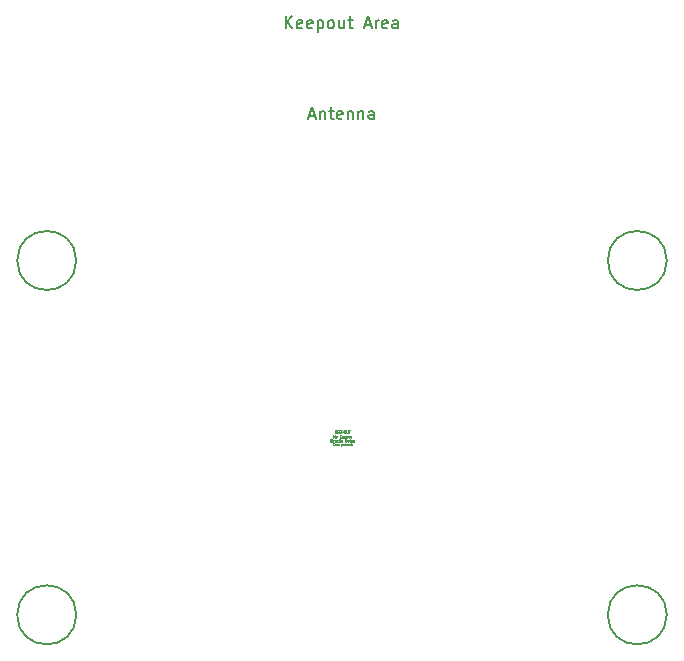
<source format=gbr>
G04 #@! TF.GenerationSoftware,KiCad,Pcbnew,9.0.3*
G04 #@! TF.CreationDate,2026-01-20T11:30:40+07:00*
G04 #@! TF.ProjectId,Mini_drone_PCB,4d696e69-5f64-4726-9f6e-655f5043422e,rev?*
G04 #@! TF.SameCoordinates,Original*
G04 #@! TF.FileFunction,Other,Comment*
%FSLAX46Y46*%
G04 Gerber Fmt 4.6, Leading zero omitted, Abs format (unit mm)*
G04 Created by KiCad (PCBNEW 9.0.3) date 2026-01-20 11:30:40*
%MOMM*%
%LPD*%
G01*
G04 APERTURE LIST*
%ADD10C,0.040000*%
%ADD11C,0.150000*%
G04 APERTURE END LIST*
D10*
X139344382Y-100478821D02*
X139334858Y-100488345D01*
X139334858Y-100488345D02*
X139306287Y-100497868D01*
X139306287Y-100497868D02*
X139287239Y-100497868D01*
X139287239Y-100497868D02*
X139258668Y-100488345D01*
X139258668Y-100488345D02*
X139239620Y-100469297D01*
X139239620Y-100469297D02*
X139230097Y-100450249D01*
X139230097Y-100450249D02*
X139220573Y-100412154D01*
X139220573Y-100412154D02*
X139220573Y-100383583D01*
X139220573Y-100383583D02*
X139230097Y-100345487D01*
X139230097Y-100345487D02*
X139239620Y-100326440D01*
X139239620Y-100326440D02*
X139258668Y-100307392D01*
X139258668Y-100307392D02*
X139287239Y-100297868D01*
X139287239Y-100297868D02*
X139306287Y-100297868D01*
X139306287Y-100297868D02*
X139334858Y-100307392D01*
X139334858Y-100307392D02*
X139344382Y-100316916D01*
X139458668Y-100497868D02*
X139439620Y-100488345D01*
X139439620Y-100488345D02*
X139430097Y-100478821D01*
X139430097Y-100478821D02*
X139420573Y-100459773D01*
X139420573Y-100459773D02*
X139420573Y-100402630D01*
X139420573Y-100402630D02*
X139430097Y-100383583D01*
X139430097Y-100383583D02*
X139439620Y-100374059D01*
X139439620Y-100374059D02*
X139458668Y-100364535D01*
X139458668Y-100364535D02*
X139487239Y-100364535D01*
X139487239Y-100364535D02*
X139506287Y-100374059D01*
X139506287Y-100374059D02*
X139515811Y-100383583D01*
X139515811Y-100383583D02*
X139525335Y-100402630D01*
X139525335Y-100402630D02*
X139525335Y-100459773D01*
X139525335Y-100459773D02*
X139515811Y-100478821D01*
X139515811Y-100478821D02*
X139506287Y-100488345D01*
X139506287Y-100488345D02*
X139487239Y-100497868D01*
X139487239Y-100497868D02*
X139458668Y-100497868D01*
X139611049Y-100497868D02*
X139611049Y-100364535D01*
X139611049Y-100383583D02*
X139620572Y-100374059D01*
X139620572Y-100374059D02*
X139639620Y-100364535D01*
X139639620Y-100364535D02*
X139668191Y-100364535D01*
X139668191Y-100364535D02*
X139687239Y-100374059D01*
X139687239Y-100374059D02*
X139696763Y-100393106D01*
X139696763Y-100393106D02*
X139696763Y-100497868D01*
X139696763Y-100393106D02*
X139706287Y-100374059D01*
X139706287Y-100374059D02*
X139725334Y-100364535D01*
X139725334Y-100364535D02*
X139753906Y-100364535D01*
X139753906Y-100364535D02*
X139772953Y-100374059D01*
X139772953Y-100374059D02*
X139782477Y-100393106D01*
X139782477Y-100393106D02*
X139782477Y-100497868D01*
X139877716Y-100364535D02*
X139877716Y-100564535D01*
X139877716Y-100374059D02*
X139896763Y-100364535D01*
X139896763Y-100364535D02*
X139934858Y-100364535D01*
X139934858Y-100364535D02*
X139953906Y-100374059D01*
X139953906Y-100374059D02*
X139963430Y-100383583D01*
X139963430Y-100383583D02*
X139972954Y-100402630D01*
X139972954Y-100402630D02*
X139972954Y-100459773D01*
X139972954Y-100459773D02*
X139963430Y-100478821D01*
X139963430Y-100478821D02*
X139953906Y-100488345D01*
X139953906Y-100488345D02*
X139934858Y-100497868D01*
X139934858Y-100497868D02*
X139896763Y-100497868D01*
X139896763Y-100497868D02*
X139877716Y-100488345D01*
X140087239Y-100497868D02*
X140068191Y-100488345D01*
X140068191Y-100488345D02*
X140058668Y-100478821D01*
X140058668Y-100478821D02*
X140049144Y-100459773D01*
X140049144Y-100459773D02*
X140049144Y-100402630D01*
X140049144Y-100402630D02*
X140058668Y-100383583D01*
X140058668Y-100383583D02*
X140068191Y-100374059D01*
X140068191Y-100374059D02*
X140087239Y-100364535D01*
X140087239Y-100364535D02*
X140115810Y-100364535D01*
X140115810Y-100364535D02*
X140134858Y-100374059D01*
X140134858Y-100374059D02*
X140144382Y-100383583D01*
X140144382Y-100383583D02*
X140153906Y-100402630D01*
X140153906Y-100402630D02*
X140153906Y-100459773D01*
X140153906Y-100459773D02*
X140144382Y-100478821D01*
X140144382Y-100478821D02*
X140134858Y-100488345D01*
X140134858Y-100488345D02*
X140115810Y-100497868D01*
X140115810Y-100497868D02*
X140087239Y-100497868D01*
X140239620Y-100364535D02*
X140239620Y-100497868D01*
X140239620Y-100383583D02*
X140249143Y-100374059D01*
X140249143Y-100374059D02*
X140268191Y-100364535D01*
X140268191Y-100364535D02*
X140296762Y-100364535D01*
X140296762Y-100364535D02*
X140315810Y-100374059D01*
X140315810Y-100374059D02*
X140325334Y-100393106D01*
X140325334Y-100393106D02*
X140325334Y-100497868D01*
X140496762Y-100488345D02*
X140477714Y-100497868D01*
X140477714Y-100497868D02*
X140439619Y-100497868D01*
X140439619Y-100497868D02*
X140420572Y-100488345D01*
X140420572Y-100488345D02*
X140411048Y-100469297D01*
X140411048Y-100469297D02*
X140411048Y-100393106D01*
X140411048Y-100393106D02*
X140420572Y-100374059D01*
X140420572Y-100374059D02*
X140439619Y-100364535D01*
X140439619Y-100364535D02*
X140477714Y-100364535D01*
X140477714Y-100364535D02*
X140496762Y-100374059D01*
X140496762Y-100374059D02*
X140506286Y-100393106D01*
X140506286Y-100393106D02*
X140506286Y-100412154D01*
X140506286Y-100412154D02*
X140411048Y-100431202D01*
X140592001Y-100364535D02*
X140592001Y-100497868D01*
X140592001Y-100383583D02*
X140601524Y-100374059D01*
X140601524Y-100374059D02*
X140620572Y-100364535D01*
X140620572Y-100364535D02*
X140649143Y-100364535D01*
X140649143Y-100364535D02*
X140668191Y-100374059D01*
X140668191Y-100374059D02*
X140677715Y-100393106D01*
X140677715Y-100393106D02*
X140677715Y-100497868D01*
X140744381Y-100364535D02*
X140820572Y-100364535D01*
X140772953Y-100297868D02*
X140772953Y-100469297D01*
X140772953Y-100469297D02*
X140782476Y-100488345D01*
X140782476Y-100488345D02*
X140801524Y-100497868D01*
X140801524Y-100497868D02*
X140820572Y-100497868D01*
X138982477Y-100197868D02*
X138982477Y-99997868D01*
X138982477Y-99997868D02*
X139030096Y-99997868D01*
X139030096Y-99997868D02*
X139058667Y-100007392D01*
X139058667Y-100007392D02*
X139077715Y-100026440D01*
X139077715Y-100026440D02*
X139087238Y-100045487D01*
X139087238Y-100045487D02*
X139096762Y-100083583D01*
X139096762Y-100083583D02*
X139096762Y-100112154D01*
X139096762Y-100112154D02*
X139087238Y-100150249D01*
X139087238Y-100150249D02*
X139077715Y-100169297D01*
X139077715Y-100169297D02*
X139058667Y-100188345D01*
X139058667Y-100188345D02*
X139030096Y-100197868D01*
X139030096Y-100197868D02*
X138982477Y-100197868D01*
X139182477Y-100197868D02*
X139182477Y-100064535D01*
X139182477Y-99997868D02*
X139172953Y-100007392D01*
X139172953Y-100007392D02*
X139182477Y-100016916D01*
X139182477Y-100016916D02*
X139192000Y-100007392D01*
X139192000Y-100007392D02*
X139182477Y-99997868D01*
X139182477Y-99997868D02*
X139182477Y-100016916D01*
X139277715Y-100197868D02*
X139277715Y-100064535D01*
X139277715Y-100102630D02*
X139287238Y-100083583D01*
X139287238Y-100083583D02*
X139296762Y-100074059D01*
X139296762Y-100074059D02*
X139315810Y-100064535D01*
X139315810Y-100064535D02*
X139334857Y-100064535D01*
X139477715Y-100188345D02*
X139458667Y-100197868D01*
X139458667Y-100197868D02*
X139420572Y-100197868D01*
X139420572Y-100197868D02*
X139401525Y-100188345D01*
X139401525Y-100188345D02*
X139392001Y-100169297D01*
X139392001Y-100169297D02*
X139392001Y-100093106D01*
X139392001Y-100093106D02*
X139401525Y-100074059D01*
X139401525Y-100074059D02*
X139420572Y-100064535D01*
X139420572Y-100064535D02*
X139458667Y-100064535D01*
X139458667Y-100064535D02*
X139477715Y-100074059D01*
X139477715Y-100074059D02*
X139487239Y-100093106D01*
X139487239Y-100093106D02*
X139487239Y-100112154D01*
X139487239Y-100112154D02*
X139392001Y-100131202D01*
X139658668Y-100188345D02*
X139639620Y-100197868D01*
X139639620Y-100197868D02*
X139601525Y-100197868D01*
X139601525Y-100197868D02*
X139582477Y-100188345D01*
X139582477Y-100188345D02*
X139572954Y-100178821D01*
X139572954Y-100178821D02*
X139563430Y-100159773D01*
X139563430Y-100159773D02*
X139563430Y-100102630D01*
X139563430Y-100102630D02*
X139572954Y-100083583D01*
X139572954Y-100083583D02*
X139582477Y-100074059D01*
X139582477Y-100074059D02*
X139601525Y-100064535D01*
X139601525Y-100064535D02*
X139639620Y-100064535D01*
X139639620Y-100064535D02*
X139658668Y-100074059D01*
X139715811Y-100064535D02*
X139792002Y-100064535D01*
X139744383Y-99997868D02*
X139744383Y-100169297D01*
X139744383Y-100169297D02*
X139753906Y-100188345D01*
X139753906Y-100188345D02*
X139772954Y-100197868D01*
X139772954Y-100197868D02*
X139792002Y-100197868D01*
X139887240Y-100197868D02*
X139868192Y-100188345D01*
X139868192Y-100188345D02*
X139858669Y-100169297D01*
X139858669Y-100169297D02*
X139858669Y-99997868D01*
X139944383Y-100064535D02*
X139992002Y-100197868D01*
X140039621Y-100064535D02*
X139992002Y-100197868D01*
X139992002Y-100197868D02*
X139972954Y-100245487D01*
X139972954Y-100245487D02*
X139963431Y-100255011D01*
X139963431Y-100255011D02*
X139944383Y-100264535D01*
X140334859Y-100093106D02*
X140363431Y-100102630D01*
X140363431Y-100102630D02*
X140372954Y-100112154D01*
X140372954Y-100112154D02*
X140382478Y-100131202D01*
X140382478Y-100131202D02*
X140382478Y-100159773D01*
X140382478Y-100159773D02*
X140372954Y-100178821D01*
X140372954Y-100178821D02*
X140363431Y-100188345D01*
X140363431Y-100188345D02*
X140344383Y-100197868D01*
X140344383Y-100197868D02*
X140268193Y-100197868D01*
X140268193Y-100197868D02*
X140268193Y-99997868D01*
X140268193Y-99997868D02*
X140334859Y-99997868D01*
X140334859Y-99997868D02*
X140353907Y-100007392D01*
X140353907Y-100007392D02*
X140363431Y-100016916D01*
X140363431Y-100016916D02*
X140372954Y-100035964D01*
X140372954Y-100035964D02*
X140372954Y-100055011D01*
X140372954Y-100055011D02*
X140363431Y-100074059D01*
X140363431Y-100074059D02*
X140353907Y-100083583D01*
X140353907Y-100083583D02*
X140334859Y-100093106D01*
X140334859Y-100093106D02*
X140268193Y-100093106D01*
X140544383Y-100188345D02*
X140525335Y-100197868D01*
X140525335Y-100197868D02*
X140487240Y-100197868D01*
X140487240Y-100197868D02*
X140468193Y-100188345D01*
X140468193Y-100188345D02*
X140458669Y-100169297D01*
X140458669Y-100169297D02*
X140458669Y-100093106D01*
X140458669Y-100093106D02*
X140468193Y-100074059D01*
X140468193Y-100074059D02*
X140487240Y-100064535D01*
X140487240Y-100064535D02*
X140525335Y-100064535D01*
X140525335Y-100064535D02*
X140544383Y-100074059D01*
X140544383Y-100074059D02*
X140553907Y-100093106D01*
X140553907Y-100093106D02*
X140553907Y-100112154D01*
X140553907Y-100112154D02*
X140458669Y-100131202D01*
X140668193Y-100197868D02*
X140649145Y-100188345D01*
X140649145Y-100188345D02*
X140639622Y-100169297D01*
X140639622Y-100169297D02*
X140639622Y-99997868D01*
X140772955Y-100197868D02*
X140753907Y-100188345D01*
X140753907Y-100188345D02*
X140744384Y-100178821D01*
X140744384Y-100178821D02*
X140734860Y-100159773D01*
X140734860Y-100159773D02*
X140734860Y-100102630D01*
X140734860Y-100102630D02*
X140744384Y-100083583D01*
X140744384Y-100083583D02*
X140753907Y-100074059D01*
X140753907Y-100074059D02*
X140772955Y-100064535D01*
X140772955Y-100064535D02*
X140801526Y-100064535D01*
X140801526Y-100064535D02*
X140820574Y-100074059D01*
X140820574Y-100074059D02*
X140830098Y-100083583D01*
X140830098Y-100083583D02*
X140839622Y-100102630D01*
X140839622Y-100102630D02*
X140839622Y-100159773D01*
X140839622Y-100159773D02*
X140830098Y-100178821D01*
X140830098Y-100178821D02*
X140820574Y-100188345D01*
X140820574Y-100188345D02*
X140801526Y-100197868D01*
X140801526Y-100197868D02*
X140772955Y-100197868D01*
X140906288Y-100064535D02*
X140944383Y-100197868D01*
X140944383Y-100197868D02*
X140982478Y-100102630D01*
X140982478Y-100102630D02*
X141020574Y-100197868D01*
X141020574Y-100197868D02*
X141058669Y-100064535D01*
X139268192Y-99847868D02*
X139268192Y-99647868D01*
X139268192Y-99647868D02*
X139382477Y-99847868D01*
X139382477Y-99847868D02*
X139382477Y-99647868D01*
X139506287Y-99847868D02*
X139487239Y-99838345D01*
X139487239Y-99838345D02*
X139477716Y-99828821D01*
X139477716Y-99828821D02*
X139468192Y-99809773D01*
X139468192Y-99809773D02*
X139468192Y-99752630D01*
X139468192Y-99752630D02*
X139477716Y-99733583D01*
X139477716Y-99733583D02*
X139487239Y-99724059D01*
X139487239Y-99724059D02*
X139506287Y-99714535D01*
X139506287Y-99714535D02*
X139534858Y-99714535D01*
X139534858Y-99714535D02*
X139553906Y-99724059D01*
X139553906Y-99724059D02*
X139563430Y-99733583D01*
X139563430Y-99733583D02*
X139572954Y-99752630D01*
X139572954Y-99752630D02*
X139572954Y-99809773D01*
X139572954Y-99809773D02*
X139563430Y-99828821D01*
X139563430Y-99828821D02*
X139553906Y-99838345D01*
X139553906Y-99838345D02*
X139534858Y-99847868D01*
X139534858Y-99847868D02*
X139506287Y-99847868D01*
X139925334Y-99828821D02*
X139915810Y-99838345D01*
X139915810Y-99838345D02*
X139887239Y-99847868D01*
X139887239Y-99847868D02*
X139868191Y-99847868D01*
X139868191Y-99847868D02*
X139839620Y-99838345D01*
X139839620Y-99838345D02*
X139820572Y-99819297D01*
X139820572Y-99819297D02*
X139811049Y-99800249D01*
X139811049Y-99800249D02*
X139801525Y-99762154D01*
X139801525Y-99762154D02*
X139801525Y-99733583D01*
X139801525Y-99733583D02*
X139811049Y-99695487D01*
X139811049Y-99695487D02*
X139820572Y-99676440D01*
X139820572Y-99676440D02*
X139839620Y-99657392D01*
X139839620Y-99657392D02*
X139868191Y-99647868D01*
X139868191Y-99647868D02*
X139887239Y-99647868D01*
X139887239Y-99647868D02*
X139915810Y-99657392D01*
X139915810Y-99657392D02*
X139925334Y-99666916D01*
X140039620Y-99847868D02*
X140020572Y-99838345D01*
X140020572Y-99838345D02*
X140011049Y-99828821D01*
X140011049Y-99828821D02*
X140001525Y-99809773D01*
X140001525Y-99809773D02*
X140001525Y-99752630D01*
X140001525Y-99752630D02*
X140011049Y-99733583D01*
X140011049Y-99733583D02*
X140020572Y-99724059D01*
X140020572Y-99724059D02*
X140039620Y-99714535D01*
X140039620Y-99714535D02*
X140068191Y-99714535D01*
X140068191Y-99714535D02*
X140087239Y-99724059D01*
X140087239Y-99724059D02*
X140096763Y-99733583D01*
X140096763Y-99733583D02*
X140106287Y-99752630D01*
X140106287Y-99752630D02*
X140106287Y-99809773D01*
X140106287Y-99809773D02*
X140096763Y-99828821D01*
X140096763Y-99828821D02*
X140087239Y-99838345D01*
X140087239Y-99838345D02*
X140068191Y-99847868D01*
X140068191Y-99847868D02*
X140039620Y-99847868D01*
X140192001Y-99714535D02*
X140192001Y-99914535D01*
X140192001Y-99724059D02*
X140211048Y-99714535D01*
X140211048Y-99714535D02*
X140249143Y-99714535D01*
X140249143Y-99714535D02*
X140268191Y-99724059D01*
X140268191Y-99724059D02*
X140277715Y-99733583D01*
X140277715Y-99733583D02*
X140287239Y-99752630D01*
X140287239Y-99752630D02*
X140287239Y-99809773D01*
X140287239Y-99809773D02*
X140277715Y-99828821D01*
X140277715Y-99828821D02*
X140268191Y-99838345D01*
X140268191Y-99838345D02*
X140249143Y-99847868D01*
X140249143Y-99847868D02*
X140211048Y-99847868D01*
X140211048Y-99847868D02*
X140192001Y-99838345D01*
X140372953Y-99714535D02*
X140372953Y-99914535D01*
X140372953Y-99724059D02*
X140392000Y-99714535D01*
X140392000Y-99714535D02*
X140430095Y-99714535D01*
X140430095Y-99714535D02*
X140449143Y-99724059D01*
X140449143Y-99724059D02*
X140458667Y-99733583D01*
X140458667Y-99733583D02*
X140468191Y-99752630D01*
X140468191Y-99752630D02*
X140468191Y-99809773D01*
X140468191Y-99809773D02*
X140458667Y-99828821D01*
X140458667Y-99828821D02*
X140449143Y-99838345D01*
X140449143Y-99838345D02*
X140430095Y-99847868D01*
X140430095Y-99847868D02*
X140392000Y-99847868D01*
X140392000Y-99847868D02*
X140372953Y-99838345D01*
X140630095Y-99838345D02*
X140611047Y-99847868D01*
X140611047Y-99847868D02*
X140572952Y-99847868D01*
X140572952Y-99847868D02*
X140553905Y-99838345D01*
X140553905Y-99838345D02*
X140544381Y-99819297D01*
X140544381Y-99819297D02*
X140544381Y-99743106D01*
X140544381Y-99743106D02*
X140553905Y-99724059D01*
X140553905Y-99724059D02*
X140572952Y-99714535D01*
X140572952Y-99714535D02*
X140611047Y-99714535D01*
X140611047Y-99714535D02*
X140630095Y-99724059D01*
X140630095Y-99724059D02*
X140639619Y-99743106D01*
X140639619Y-99743106D02*
X140639619Y-99762154D01*
X140639619Y-99762154D02*
X140544381Y-99781202D01*
X140725334Y-99847868D02*
X140725334Y-99714535D01*
X140725334Y-99752630D02*
X140734857Y-99733583D01*
X140734857Y-99733583D02*
X140744381Y-99724059D01*
X140744381Y-99724059D02*
X140763429Y-99714535D01*
X140763429Y-99714535D02*
X140782476Y-99714535D01*
X139392002Y-99447868D02*
X139392002Y-99247868D01*
X139506287Y-99447868D02*
X139420573Y-99333583D01*
X139506287Y-99247868D02*
X139392002Y-99362154D01*
X139592002Y-99343106D02*
X139658668Y-99343106D01*
X139687240Y-99447868D02*
X139592002Y-99447868D01*
X139592002Y-99447868D02*
X139592002Y-99247868D01*
X139592002Y-99247868D02*
X139687240Y-99247868D01*
X139772954Y-99343106D02*
X139839620Y-99343106D01*
X139868192Y-99447868D02*
X139772954Y-99447868D01*
X139772954Y-99447868D02*
X139772954Y-99247868D01*
X139772954Y-99247868D02*
X139868192Y-99247868D01*
X139953906Y-99447868D02*
X139953906Y-99247868D01*
X139953906Y-99247868D02*
X140030096Y-99247868D01*
X140030096Y-99247868D02*
X140049144Y-99257392D01*
X140049144Y-99257392D02*
X140058667Y-99266916D01*
X140058667Y-99266916D02*
X140068191Y-99285964D01*
X140068191Y-99285964D02*
X140068191Y-99314535D01*
X140068191Y-99314535D02*
X140058667Y-99333583D01*
X140058667Y-99333583D02*
X140049144Y-99343106D01*
X140049144Y-99343106D02*
X140030096Y-99352630D01*
X140030096Y-99352630D02*
X139953906Y-99352630D01*
X140192001Y-99247868D02*
X140230096Y-99247868D01*
X140230096Y-99247868D02*
X140249144Y-99257392D01*
X140249144Y-99257392D02*
X140268191Y-99276440D01*
X140268191Y-99276440D02*
X140277715Y-99314535D01*
X140277715Y-99314535D02*
X140277715Y-99381202D01*
X140277715Y-99381202D02*
X140268191Y-99419297D01*
X140268191Y-99419297D02*
X140249144Y-99438345D01*
X140249144Y-99438345D02*
X140230096Y-99447868D01*
X140230096Y-99447868D02*
X140192001Y-99447868D01*
X140192001Y-99447868D02*
X140172953Y-99438345D01*
X140172953Y-99438345D02*
X140153906Y-99419297D01*
X140153906Y-99419297D02*
X140144382Y-99381202D01*
X140144382Y-99381202D02*
X140144382Y-99314535D01*
X140144382Y-99314535D02*
X140153906Y-99276440D01*
X140153906Y-99276440D02*
X140172953Y-99257392D01*
X140172953Y-99257392D02*
X140192001Y-99247868D01*
X140363430Y-99247868D02*
X140363430Y-99409773D01*
X140363430Y-99409773D02*
X140372953Y-99428821D01*
X140372953Y-99428821D02*
X140382477Y-99438345D01*
X140382477Y-99438345D02*
X140401525Y-99447868D01*
X140401525Y-99447868D02*
X140439620Y-99447868D01*
X140439620Y-99447868D02*
X140458668Y-99438345D01*
X140458668Y-99438345D02*
X140468191Y-99428821D01*
X140468191Y-99428821D02*
X140477715Y-99409773D01*
X140477715Y-99409773D02*
X140477715Y-99247868D01*
X140544382Y-99247868D02*
X140658668Y-99247868D01*
X140601525Y-99447868D02*
X140601525Y-99247868D01*
D11*
X135228094Y-65194819D02*
X135228094Y-64194819D01*
X135799522Y-65194819D02*
X135370951Y-64623390D01*
X135799522Y-64194819D02*
X135228094Y-64766247D01*
X136609046Y-65147200D02*
X136513808Y-65194819D01*
X136513808Y-65194819D02*
X136323332Y-65194819D01*
X136323332Y-65194819D02*
X136228094Y-65147200D01*
X136228094Y-65147200D02*
X136180475Y-65051961D01*
X136180475Y-65051961D02*
X136180475Y-64671009D01*
X136180475Y-64671009D02*
X136228094Y-64575771D01*
X136228094Y-64575771D02*
X136323332Y-64528152D01*
X136323332Y-64528152D02*
X136513808Y-64528152D01*
X136513808Y-64528152D02*
X136609046Y-64575771D01*
X136609046Y-64575771D02*
X136656665Y-64671009D01*
X136656665Y-64671009D02*
X136656665Y-64766247D01*
X136656665Y-64766247D02*
X136180475Y-64861485D01*
X137466189Y-65147200D02*
X137370951Y-65194819D01*
X137370951Y-65194819D02*
X137180475Y-65194819D01*
X137180475Y-65194819D02*
X137085237Y-65147200D01*
X137085237Y-65147200D02*
X137037618Y-65051961D01*
X137037618Y-65051961D02*
X137037618Y-64671009D01*
X137037618Y-64671009D02*
X137085237Y-64575771D01*
X137085237Y-64575771D02*
X137180475Y-64528152D01*
X137180475Y-64528152D02*
X137370951Y-64528152D01*
X137370951Y-64528152D02*
X137466189Y-64575771D01*
X137466189Y-64575771D02*
X137513808Y-64671009D01*
X137513808Y-64671009D02*
X137513808Y-64766247D01*
X137513808Y-64766247D02*
X137037618Y-64861485D01*
X137942380Y-64528152D02*
X137942380Y-65528152D01*
X137942380Y-64575771D02*
X138037618Y-64528152D01*
X138037618Y-64528152D02*
X138228094Y-64528152D01*
X138228094Y-64528152D02*
X138323332Y-64575771D01*
X138323332Y-64575771D02*
X138370951Y-64623390D01*
X138370951Y-64623390D02*
X138418570Y-64718628D01*
X138418570Y-64718628D02*
X138418570Y-65004342D01*
X138418570Y-65004342D02*
X138370951Y-65099580D01*
X138370951Y-65099580D02*
X138323332Y-65147200D01*
X138323332Y-65147200D02*
X138228094Y-65194819D01*
X138228094Y-65194819D02*
X138037618Y-65194819D01*
X138037618Y-65194819D02*
X137942380Y-65147200D01*
X138989999Y-65194819D02*
X138894761Y-65147200D01*
X138894761Y-65147200D02*
X138847142Y-65099580D01*
X138847142Y-65099580D02*
X138799523Y-65004342D01*
X138799523Y-65004342D02*
X138799523Y-64718628D01*
X138799523Y-64718628D02*
X138847142Y-64623390D01*
X138847142Y-64623390D02*
X138894761Y-64575771D01*
X138894761Y-64575771D02*
X138989999Y-64528152D01*
X138989999Y-64528152D02*
X139132856Y-64528152D01*
X139132856Y-64528152D02*
X139228094Y-64575771D01*
X139228094Y-64575771D02*
X139275713Y-64623390D01*
X139275713Y-64623390D02*
X139323332Y-64718628D01*
X139323332Y-64718628D02*
X139323332Y-65004342D01*
X139323332Y-65004342D02*
X139275713Y-65099580D01*
X139275713Y-65099580D02*
X139228094Y-65147200D01*
X139228094Y-65147200D02*
X139132856Y-65194819D01*
X139132856Y-65194819D02*
X138989999Y-65194819D01*
X140180475Y-64528152D02*
X140180475Y-65194819D01*
X139751904Y-64528152D02*
X139751904Y-65051961D01*
X139751904Y-65051961D02*
X139799523Y-65147200D01*
X139799523Y-65147200D02*
X139894761Y-65194819D01*
X139894761Y-65194819D02*
X140037618Y-65194819D01*
X140037618Y-65194819D02*
X140132856Y-65147200D01*
X140132856Y-65147200D02*
X140180475Y-65099580D01*
X140513809Y-64528152D02*
X140894761Y-64528152D01*
X140656666Y-64194819D02*
X140656666Y-65051961D01*
X140656666Y-65051961D02*
X140704285Y-65147200D01*
X140704285Y-65147200D02*
X140799523Y-65194819D01*
X140799523Y-65194819D02*
X140894761Y-65194819D01*
X141942381Y-64909104D02*
X142418571Y-64909104D01*
X141847143Y-65194819D02*
X142180476Y-64194819D01*
X142180476Y-64194819D02*
X142513809Y-65194819D01*
X142847143Y-65194819D02*
X142847143Y-64528152D01*
X142847143Y-64718628D02*
X142894762Y-64623390D01*
X142894762Y-64623390D02*
X142942381Y-64575771D01*
X142942381Y-64575771D02*
X143037619Y-64528152D01*
X143037619Y-64528152D02*
X143132857Y-64528152D01*
X143847143Y-65147200D02*
X143751905Y-65194819D01*
X143751905Y-65194819D02*
X143561429Y-65194819D01*
X143561429Y-65194819D02*
X143466191Y-65147200D01*
X143466191Y-65147200D02*
X143418572Y-65051961D01*
X143418572Y-65051961D02*
X143418572Y-64671009D01*
X143418572Y-64671009D02*
X143466191Y-64575771D01*
X143466191Y-64575771D02*
X143561429Y-64528152D01*
X143561429Y-64528152D02*
X143751905Y-64528152D01*
X143751905Y-64528152D02*
X143847143Y-64575771D01*
X143847143Y-64575771D02*
X143894762Y-64671009D01*
X143894762Y-64671009D02*
X143894762Y-64766247D01*
X143894762Y-64766247D02*
X143418572Y-64861485D01*
X144751905Y-65194819D02*
X144751905Y-64671009D01*
X144751905Y-64671009D02*
X144704286Y-64575771D01*
X144704286Y-64575771D02*
X144609048Y-64528152D01*
X144609048Y-64528152D02*
X144418572Y-64528152D01*
X144418572Y-64528152D02*
X144323334Y-64575771D01*
X144751905Y-65147200D02*
X144656667Y-65194819D01*
X144656667Y-65194819D02*
X144418572Y-65194819D01*
X144418572Y-65194819D02*
X144323334Y-65147200D01*
X144323334Y-65147200D02*
X144275715Y-65051961D01*
X144275715Y-65051961D02*
X144275715Y-64956723D01*
X144275715Y-64956723D02*
X144323334Y-64861485D01*
X144323334Y-64861485D02*
X144418572Y-64813866D01*
X144418572Y-64813866D02*
X144656667Y-64813866D01*
X144656667Y-64813866D02*
X144751905Y-64766247D01*
X137238095Y-72594104D02*
X137714285Y-72594104D01*
X137142857Y-72879819D02*
X137476190Y-71879819D01*
X137476190Y-71879819D02*
X137809523Y-72879819D01*
X138142857Y-72213152D02*
X138142857Y-72879819D01*
X138142857Y-72308390D02*
X138190476Y-72260771D01*
X138190476Y-72260771D02*
X138285714Y-72213152D01*
X138285714Y-72213152D02*
X138428571Y-72213152D01*
X138428571Y-72213152D02*
X138523809Y-72260771D01*
X138523809Y-72260771D02*
X138571428Y-72356009D01*
X138571428Y-72356009D02*
X138571428Y-72879819D01*
X138904762Y-72213152D02*
X139285714Y-72213152D01*
X139047619Y-71879819D02*
X139047619Y-72736961D01*
X139047619Y-72736961D02*
X139095238Y-72832200D01*
X139095238Y-72832200D02*
X139190476Y-72879819D01*
X139190476Y-72879819D02*
X139285714Y-72879819D01*
X140000000Y-72832200D02*
X139904762Y-72879819D01*
X139904762Y-72879819D02*
X139714286Y-72879819D01*
X139714286Y-72879819D02*
X139619048Y-72832200D01*
X139619048Y-72832200D02*
X139571429Y-72736961D01*
X139571429Y-72736961D02*
X139571429Y-72356009D01*
X139571429Y-72356009D02*
X139619048Y-72260771D01*
X139619048Y-72260771D02*
X139714286Y-72213152D01*
X139714286Y-72213152D02*
X139904762Y-72213152D01*
X139904762Y-72213152D02*
X140000000Y-72260771D01*
X140000000Y-72260771D02*
X140047619Y-72356009D01*
X140047619Y-72356009D02*
X140047619Y-72451247D01*
X140047619Y-72451247D02*
X139571429Y-72546485D01*
X140476191Y-72213152D02*
X140476191Y-72879819D01*
X140476191Y-72308390D02*
X140523810Y-72260771D01*
X140523810Y-72260771D02*
X140619048Y-72213152D01*
X140619048Y-72213152D02*
X140761905Y-72213152D01*
X140761905Y-72213152D02*
X140857143Y-72260771D01*
X140857143Y-72260771D02*
X140904762Y-72356009D01*
X140904762Y-72356009D02*
X140904762Y-72879819D01*
X141380953Y-72213152D02*
X141380953Y-72879819D01*
X141380953Y-72308390D02*
X141428572Y-72260771D01*
X141428572Y-72260771D02*
X141523810Y-72213152D01*
X141523810Y-72213152D02*
X141666667Y-72213152D01*
X141666667Y-72213152D02*
X141761905Y-72260771D01*
X141761905Y-72260771D02*
X141809524Y-72356009D01*
X141809524Y-72356009D02*
X141809524Y-72879819D01*
X142714286Y-72879819D02*
X142714286Y-72356009D01*
X142714286Y-72356009D02*
X142666667Y-72260771D01*
X142666667Y-72260771D02*
X142571429Y-72213152D01*
X142571429Y-72213152D02*
X142380953Y-72213152D01*
X142380953Y-72213152D02*
X142285715Y-72260771D01*
X142714286Y-72832200D02*
X142619048Y-72879819D01*
X142619048Y-72879819D02*
X142380953Y-72879819D01*
X142380953Y-72879819D02*
X142285715Y-72832200D01*
X142285715Y-72832200D02*
X142238096Y-72736961D01*
X142238096Y-72736961D02*
X142238096Y-72641723D01*
X142238096Y-72641723D02*
X142285715Y-72546485D01*
X142285715Y-72546485D02*
X142380953Y-72498866D01*
X142380953Y-72498866D02*
X142619048Y-72498866D01*
X142619048Y-72498866D02*
X142714286Y-72451247D01*
G04 #@! TO.C,H3*
X167500002Y-114857863D02*
G75*
G02*
X162500002Y-114857863I-2500000J0D01*
G01*
X162500002Y-114857863D02*
G75*
G02*
X167500002Y-114857863I2500000J0D01*
G01*
G04 #@! TO.C,H4*
X117500003Y-84857863D02*
G75*
G02*
X112500003Y-84857863I-2500000J0D01*
G01*
X112500003Y-84857863D02*
G75*
G02*
X117500003Y-84857863I2500000J0D01*
G01*
G04 #@! TO.C,H1*
X167500002Y-84857863D02*
G75*
G02*
X162500002Y-84857863I-2500000J0D01*
G01*
X162500002Y-84857863D02*
G75*
G02*
X167500002Y-84857863I2500000J0D01*
G01*
G04 #@! TO.C,H2*
X117500002Y-114857863D02*
G75*
G02*
X112500002Y-114857863I-2500000J0D01*
G01*
X112500002Y-114857863D02*
G75*
G02*
X117500002Y-114857863I2500000J0D01*
G01*
G04 #@! TD*
M02*

</source>
